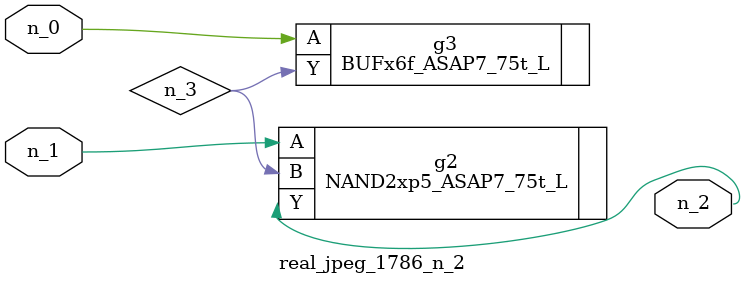
<source format=v>
module real_jpeg_1786_n_2 (n_1, n_0, n_2);

input n_1;
input n_0;

output n_2;

wire n_3;

BUFx6f_ASAP7_75t_L g3 ( 
.A(n_0),
.Y(n_3)
);

NAND2xp5_ASAP7_75t_L g2 ( 
.A(n_1),
.B(n_3),
.Y(n_2)
);


endmodule
</source>
